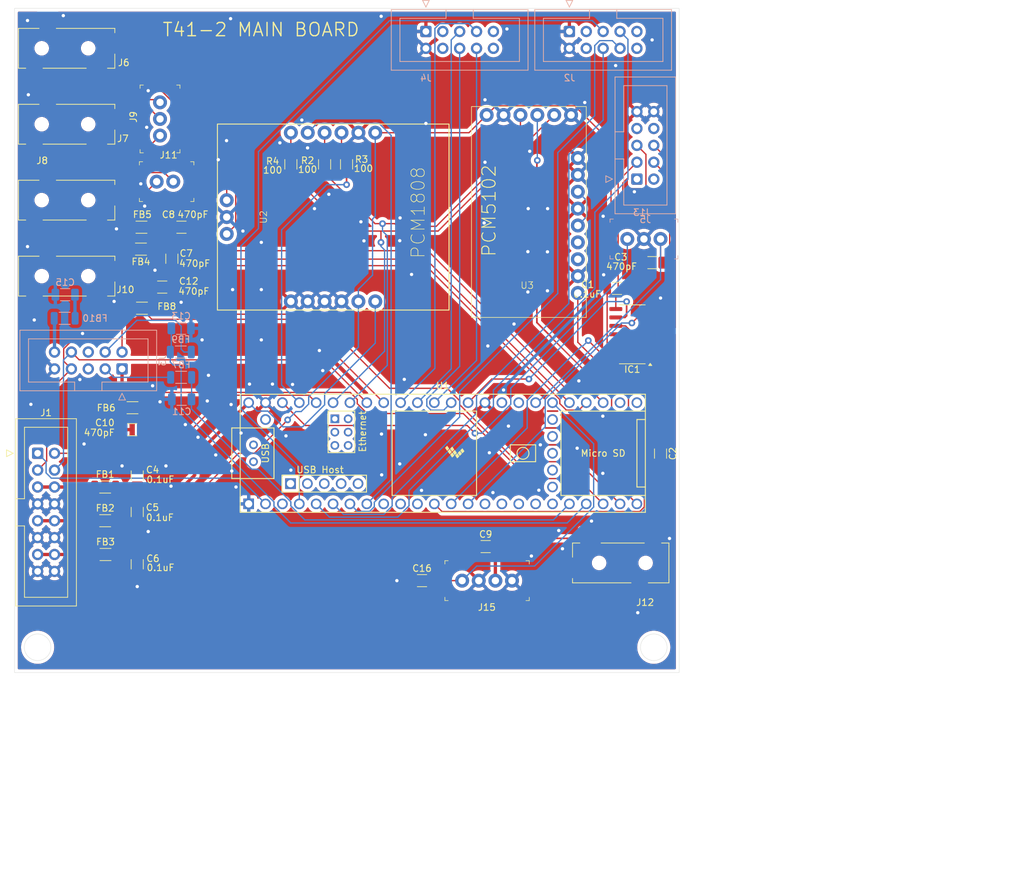
<source format=kicad_pcb>
(kicad_pcb (version 20240108) (generator "pcbnew") (generator_version "8.0")
  (title_block (title "T41-2 MAIN BOARD") (date "2024-08-26") (rev "1.0"))
  (layers (0 "F.Cu" jumper) (31 "B.Cu" signal) (36 "B.SilkS" user "B.Silkscreen") (37 "F.SilkS" user "F.Silkscreen") (38 "B.Mask" user) (39 "F.Mask" user) (44 "Edge.Cuts" user))
  (net 0 "")
  (net 1 "/3_3V_FIL")
  (net 2 "Net-(C2-Pad2)")
  (net 3 "/SWITCH_MATRIX")
  (net 4 "/12V_FIL")
  (net 8 "/5V_FIL")
  (net 9 "/KEY1")
  (net 10 "/KEY2")
  (net 11 "/80MFILTER")
  (net 14 "/20MFILTER")
  (net 15 "/15MFILTER")
  (net 17 "/RXTX")
  (net 18 "/MUTE")
  (net 19 "/12V_IN")
  (net 22 "/5V_IN")
  (net 24 "GND")
  (net 27 "/3_3V_IN")
  (net 30 "Net-(FB4-Pad2)")
  (net 34 "Net-(FB5-Pad2)")
  (net 35 "Net-(J3-Pin_1)")
  (net 38 "Net-(J3-Pin_3)")
  (net 41 "Net-(J3-Pin_2)")
  (net 45 "/40MFILTER")
  (net 46 "Net-(J3-Pin_4)")
  (net 48 "Net-(J3-Pin_10)")
  (net 49 "/CLK0_OUT")
  (net 51 "/MOSI_OUT")
  (net 52 "/TXRX")
  (net 54 "/SDA")
  (net 55 "/SCL")
  (net 56 "/RESET")
  (net 59 "Net-(J2-Pin_6)")
  (net 61 "Net-(J2-Pin_8)")
  (net 62 "Net-(J2-Pin_7)")
  (net 65 "Net-(J2-Pin_5)")
  (net 66 "Net-(J4-Pin_8)")
  (net 68 "Net-(J4-Pin_7)")
  (net 69 "Net-(J4-Pin_6)")
  (net 70 "Net-(J4-Pin_5)")
  (net 71 "/LRCLK")
  (net 72 "Net-(U2-L_IN)")
  (net 73 "Net-(U2-SCK)")
  (net 74 "Net-(U2-BCK)")
  (net 75 "Net-(U2-R_IN)")
  (net 76 "Net-(U2-LRC)")
  (net 77 "/MCLK")
  (net 79 "/PTT")
  (net 81 "Net-(U3-A3V3)")
  (net 83 "/3V3")
  (net 84 "/CLK0")
  (net 85 "/DIN")
  (net 87 "/OUT")
  (net 90 "/MISO_IN")
  (net 94 "Net-(J7-Pad3)")
  (net 95 "Net-(J7-Pad2)")
  (net 96 "Net-(J7-Pad1)")
  (net 97 "Net-(J11-Pad2)")
  (net 103 "/BCK")
  (net 108 "/MISO")
  (net 110 "/MOSI")
  (net 111 "/CS")
  (net 115 "Net-(U3-LROUT)")
  (footprint "Inductor_SMD:L_1206_3216Metric" (layer "F.Cu") (at 115.621 86.754 180)
    (property "Reference" "FB5")
    (property "Value" "FerriteBead" (hide yes))
  )
  (footprint "Resistor_SMD:R_1206_3216Metric" (layer "F.Cu") (at 138.1 77.2945 -90)
    (property "Reference" "R4")
    (property "Value" "100")
  )
  (footprint "Capacitor_SMD:C_1206_3216Metric" (layer "F.Cu") (at 114.224 117.234)
    (property "Reference" "C10")
    (property "Value" "470pF")
  )
  (footprint "Capacitor_SMD:C_1206_3216Metric" (layer "F.Cu") (at 121.639 86.754 180)
    (property "Reference" "C8")
    (property "Value" "470pF")
  )
  (footprint "Inductor_SMD:L_1206_3216Metric" (layer "F.Cu") (at 110.211 136.03)
    (property "Reference" "FB3")
    (property "Value" "FerriteBead" (hide yes))
  )
  (footprint "Capacitor_SMD:C_1206_3216Metric" (layer "F.Cu") (at 167.4116 134.8362)
    (property "Reference" "C9")
    (property "Value" "470pF")
  )
  (footprint "Inductor_SMD:L_1206_3216Metric" (layer "F.Cu") (at 115.697 98.946)
    (property "Reference" "FB8")
    (property "Value" "FerriteBead" (hide yes))
  )
  (footprint "SJ-3524-SMT:CUI_SJ-3524-SMT" (layer "F.Cu") (at 100.6114 71.2514)
    (property "Reference" "J7")
    (property "Value" "SJ-3524-SMT" (hide yes))
  )
  (footprint "Capacitor_SMD:C_1206_3216Metric" (layer "F.Cu") (at 114.986 137.505 -90)
    (property "Reference" "C6")
    (property "Value" "0.1uF")
  )
  (footprint "Inductor_SMD:L_1206_3216Metric" (layer "F.Cu") (at 114.275 113.932 180)
    (property "Reference" "FB6")
    (property "Value" "FerriteBead" (hide yes))
  )
  (footprint "Package_SO:SOIC-14_3.9x8.7mm_P1.27mm" (layer "F.Cu") (at 189.473 102.883 180)
    (property "Reference" "IC1")
    (property "Value" "74HC125D" (hide yes))
  )
  (footprint "Capacitor_SMD:C_1206_3216Metric" (layer "F.Cu") (at 114.986 124.141 90)
    (property "Reference" "C4")
    (property "Value" "0.1uF")
  )
  (footprint "SJ-3524-SMT:CUI_SJ-3524-SMT" (layer "F.Cu") (at 100.62 94.12)
    (property "Reference" "J10")
    (property "Value" "SJ-3524-SMT" (hide yes))
  )
  (footprint "SJ-3524-SMT:CUI_SJ-3524-SMT" (layer "F.Cu") (at 191.483 137.3 180)
    (property "Reference" "J12")
    (property "Value" "SJ-3524-SMT" (hide yes))
  )
  (footprint "Resistor_SMD:R_1206_3216Metric" (layer "F.Cu") (at 146.482 77.2945 -90)
    (property "Reference" "R3")
    (property "Value" "100")
  )
  (footprint "Capacitor_SMD:C_1206_3216Metric" (layer "F.Cu") (at 157.834 139.967)
    (property "Reference" "C16")
    (property "Value" "470pF")
  )
  (footprint "SJ-3524-SMT:CUI_SJ-3524-SMT" (layer "F.Cu") (at 100.6114 59.8214)
    (property "Reference" "J6")
    (property "Value" "SJ-3524-SMT" (hide yes))
  )
  (footprint "PCM1808_module:PCM1808_module" (layer "F.Cu") (at 144.45 85.23 90)
    (property "Reference" "U2")
    (property "Value" "~")
  )
  (footprint "Capacitor_SMD:C_1206_3216Metric" (layer "F.Cu") (at 192.505 92.088 180)
    (property "Reference" "C3")
    (property "Value" "470pF")
  )
  (footprint "Capacitor_SMD:C_1206_3216Metric" (layer "F.Cu") (at 118.747 95.771 180)
    (property "Reference" "C12")
    (property "Value" "470pF")
  )
  (footprint "SJ-3524-SMT:CUI_SJ-3524-SMT" (layer "F.Cu") (at 100.6114 82.6814)
    (property "Reference" "J8")
    (property "Value" "SJ-3524-SMT" (hide yes))
  )
  (footprint "Inductor_SMD:L_1206_3216Metric" (layer "F.Cu") (at 115.545 90.056 180)
    (property "Reference" "FB4")
    (property "Value" "FerriteBead" (hide yes))
  )
  (footprint "digikey-footprints:PinHeader_1x4_P2.5mm_Drill1.1mm" (layer "F.Cu") (at 163.874 139.967)
    (property "Reference" "J15")
    (property "Value" "B4B-XH-A_LF__SN_" (hide yes))
  )
  (footprint "Inductor_SMD:L_1206_3216Metric" (layer "F.Cu") (at 110.16 125.87)
    (property "Reference" "FB1")
    (property "Value" "FerriteBead" (hide yes))
  )
  (footprint "Capacitor_SMD:C_1206_3216Metric" (layer "F.Cu") (at 120.193 91.502 90)
    (property "Reference" "C7")
    (property "Value" "470pF")
  )
  (footprint "Resistor_SMD:R_1206_3216Metric" (layer "F.Cu") (at 143.18 77.2945 -90)
    (property "Reference" "R2")
    (property "Value" "100")
  )
  (footprint "digikey-footprints:PinHeader_1x3_P2.5mm_Drill1.1mm" (layer "F.Cu") (at 118.415 72.958 90)
    (property "Reference" "J9")
    (property "Value" "B3B-XH-A_LF__SN_" (hide yes))
  )
  (footprint "Capacitor_SMD:C_1206_3216Metric" (layer "F.Cu") (at 114.986 129.631 90)
    (property "Reference" "C5")
    (property "Value" "0.1uF")
  )
  (footprint "Connector_IDC:IDC-Header_2x08_P2.54mm_Vertical" (layer "F.Cu") (at 100 120.79)
    (property "Reference" "J1")
    (property "Value" "Conn_02x08_Odd_Even" (hide yes))
  )
  (footprint "teensy:Teensy41" (layer "F.Cu") (at 160.96 120.79)
    (property "Reference" "U1")
    (property "Value" "Teensy4.1")
  )
  (footprint "Capacitor_SMD:C_1206_3216Metric" (layer "F.Cu") (at 193.726 120.839 -90)
    (property "Reference" "C2")
    (property "Value" "10uF")
  )
  (footprint "Inductor_SMD:L_1206_3216Metric" (layer "F.Cu") (at 110.16 130.95)
    (property "Reference" "FB2")
    (property "Value" "FerriteBead" (hide yes))
  )
  (footprint "digikey-footprints:PinHeader_1x2_P2.5mm_Drill1.1mm" (layer "F.Cu") (at 117.907 79.896)
    (property "Reference" "J11")
    (property "Value" "B2B-XH-A_LF__SN_" (hide yes))
  )
  (footprint "PCM5102_module:PCM5102_module" (layer "F.Cu") (at 173.66 83.96)
    (property "Reference" "U3")
    (property "Value" "~")
  )
  (footprint "Capacitor_SMD:C_1206_3216Metric" (layer "F.Cu") (at 187.1746 95.9742)
    (property "Reference" "C1")
    (property "Value" "0.1uF")
  )
  (footprint "Inductor_SMD:L_1206_3216Metric" (layer "B.Cu") (at 121.539 105.55 180)
    (property "Reference" "FB9")
    (property "Value" "FerriteBead")
  )
  (footprint "Inductor_SMD:L_1206_3216Metric" (layer "B.Cu") (at 121.59 109.36 180)
    (property "Reference" "FB7")
    (property "Value" "FerriteBead")
  )
  (footprint "Capacitor_SMD:C_1206_3216Metric" (layer "B.Cu") (at 121.668 112.662)
    (property "Reference" "C11")
    (property "Value" "470pF")
  )
  (footprint "Connector_IDC:IDC-Header_2x05_P2.54mm_Vertical" (layer "B.Cu") (at 158.42 57.29 -90)
    (property "Reference" "J4")
    (property "Value" "Conn_02x05_Odd_Even" (hide yes))
  )
  (footprint "Connector_IDC:IDC-Header_2x05_P2.54mm_Vertical" (layer "B.Cu") (at 190.17 79.515)
    (property "Reference" "J5")
    (property "Value" "Conn_02x05_Odd_Even" (hide yes))
  )
  (footprint "Inductor_SMD:L_1206_3216Metric" (layer "B.Cu") (at 104.064 100.47)
    (property "Reference" "FB10")
    (property "Value" "FerriteBead")
  )
  (footprint "digikey-footprints:PinHeader_1x3_P2.5mm_Drill1.1mm" (layer "B.Cu") (at 193.726 88.532 180)
    (property "Reference" "J13")
    (property "Value" "B3B-XH-A_LF__SN_" (hide yes))
  )
  (footprint "Connector_IDC:IDC-Header_2x05_P2.54mm_Vertical" (layer "B.Cu") (at 180.01 57.29 -90)
    (property "Reference" "J2")
    (property "Value" "Conn_02x05_Odd_Even" (hide yes))
  )
  (footprint "Capacitor_SMD:C_1206_3216Metric" (layer "B.Cu") (at 121.59 101.98 180)
    (property "Reference" "C13")
    (property "Value" "470pF")
  )
  (footprint "Capacitor_SMD:C_1206_3216Metric" (layer "B.Cu") (at 104.142 96.914 180)
    (property "Reference" "C15")
    (property "Value" "470pF")
  )
  (footprint "Connector_IDC:IDC-Header_2x05_P2.54mm_Vertical" (layer "B.Cu") (at 112.7 108.09 90)
    (property "Reference" "J3")
    (property "Value" "Conn_02x05_Odd_Even")
  )
  (gr_circle (center 100 150) (end 100 148) (stroke (width 0.05)) (fill none) (layer "Edge.Cuts"))
  (gr_circle (center 192.71 150) (end 192.71 148) (stroke (width 0.05)) (fill none) (layer "Edge.Cuts"))
  (gr_rect (start 96.52 53.81) (end 196.52 153.81) (stroke (width 0.05)) (fill none) (layer "Edge.Cuts"))
  (gr_text "T41-2 MAIN BOARD" (at 118.669 58.179 0) (layer "F.SilkS") (effects (font (size 2 2) (thickness 0.2)) (justify left bottom)))
  (segment (start 176.7334 114.44) (end 178.232 114.44) (width 0.25) (layer "F.Cu") (net 0))
  (segment (start 176.4032 116.98) (end 178.359 116.98) (width 0.25) (layer "F.Cu") (net 0))
  (segment (start 130.226 120.79) (end 114.986 136.03) (width 0.2) (layer "F.Cu") (net 1))
  (segment (start 164.897 72.53) (end 167.564 69.863) (width 0.2) (layer "F.Cu") (net 1))
  (segment (start 185.6891 105.7409) (end 185.6891 96.9499) (width 0.2) (layer "F.Cu") (net 1))
  (segment (start 186.2739 94.0537) (end 186.2739 73.9599) (width 0.2) (layer "F.Cu") (net 1))
  (segment (start 150.8 72.53) (end 164.897 72.53) (width 0.2) (layer "F.Cu") (net 1))
  (segment (start 186.2739 73.9599) (end 180.7962 68.4822) (width 0.2) (layer "F.Cu") (net 1))
  (segment (start 137.1154 116.2628) (end 137.6174 115.7608) (width 0.2) (layer "F.Cu") (net 1))
  (segment (start 168.9448 68.4822) (end 167.564 69.863) (width 0.2) (layer "F.Cu") (net 1))
  (segment (start 180.7962 68.4822) (end 168.9448 68.4822) (width 0.2) (layer "F.Cu") (net 1))
  (segment (start 132.6145 120.79) (end 130.226 120.79) (width 0.2) (layer "F.Cu") (net 1))
  (segment (start 185.6996 95.9742) (end 185.6996 94.755) (width 0.2) (layer "F.Cu") (net 1))
  (segment (start 186.998 106.693) (end 186.6412 106.693) (width 0.2) (layer "F.Cu") (net 1))
  (segment (start 137.1154 116.2891) (end 137.1154 116.2628) (width 0.2) (layer "F.Cu") (net 1))
  (segment (start 186.2584 94.0692) (end 186.2739 94.0537) (width 0.2) (layer "F.Cu") (net 1))
  (segment (start 186.6412 106.693) (end 185.6891 105.7409) (width 0.2) (layer "F.Cu") (net 1))
  (segment (start 186.2584 94.1962) (end 186.2584 94.0692) (width 0.2) (layer "F.Cu") (net 1))
  (segment (start 185.6996 96.9394) (end 185.6996 95.9742) (width 0.2) (layer "F.Cu") (net 1))
  (segment (start 185.6891 96.9499) (end 185.6996 96.9394) (width 0.2) (layer "F.Cu") (net 1))
  (segment (start 185.6996 94.755) (end 186.2584 94.1962) (width 0.2) (layer "F.Cu") (net 1))
  (segment (start 111.786 136.03) (end 114.986 136.03) (width 0.5) (layer "F.Cu") (net 1))
  (segment (start 137.1154 116.2891) (end 132.6145 120.79) (width 0.2) (layer "F.Cu") (net 1))
  (via (at 137.6174 115.7608) (size 1) (drill 0.5) (layers "F.Cu" "B.Cu") (net 1))
  (segment (start 140.7816 112.281) (end 140.7816 113.3828) (width 0.2) (layer "B.Cu") (net 1))
  (segment (start 148.26 96.1012) (end 150.3936 93.9676) (width 0.2) (layer "B.Cu") (net 1))
  (segment (start 148.26 97.93) (end 148.26 96.1012) (width 0.2) (layer "B.Cu") (net 1))
  (segment (start 138.8626 114.5156) (end 139.6488 114.5156) (width 0.2) (layer "B.Cu") (net 1))
  (segment (start 137.6174 115.7608) (end 138.8626 114.5156) (width 0.2) (layer "B.Cu") (net 1))
  (segment (start 150.8 85.0522) (end 150.8254 85.0776) (width 0.2) (layer "B.Cu") (net 1))
  (segment (start 140.7816 113.3828) (end 139.6488 114.5156) (width 0.2) (layer "B.Cu") (net 1))
  (segment (start 150.8254 85.0776) (end 150.3936 85.5094) (width 0.2) (layer "B.Cu") (net 1))
  (segment (start 150.3936 85.5094) (end 150.3936 93.9676) (width 0.2) (layer "B.Cu") (net 1))
  (segment (start 150.8 72.53) (end 150.8 85.0522) (width 0.2) (layer "B.Cu") (net 1))
  (segment (start 148.26 104.8026) (end 140.7816 112.281) (width 0.2) (layer "B.Cu") (net 1))
  (segment (start 148.26 97.93) (end 148.26 104.8026) (width 0.2) (layer "B.Cu") (net 1))
  (segment (start 174.1426 134.8362) (end 168.8866 134.8362) (width 0.25) (layer "F.Cu") (net 2))
  (segment (start 183.183 133.6) (end 175.3788 133.6) (width 0.25) (layer "F.Cu") (net 2))
  (segment (start 187.6724 133.6) (end 183.183 133.6) (width 0.25) (layer "F.Cu") (net 2))
  (segment (start 193.726 127.5464) (end 187.6724 133.6) (width 0.25) (layer "F.Cu") (net 2))
  (segment (start 193.726 127.5464) (end 193.726 122.314) (width 0.25) (layer "F.Cu") (net 2))
  (segment (start 168.874 134.8488) (end 168.8866 134.8362) (width 0.2) (layer "F.Cu") (net 2))
  (segment (start 175.3788 133.6) (end 174.1426 134.8362) (width 0.25) (layer "F.Cu") (net 2))
  (segment (start 168.874 139.967) (end 168.874 134.8488) (width 0.5) (layer "F.Cu") (net 2))
  (segment (start 193.98 92.088) (end 193.726 91.834) (width 0.2) (layer "F.Cu") (net 3))
  (segment (start 193.726 91.834) (end 193.726 88.532) (width 0.2) (layer "F.Cu") (net 3))
  (segment (start 175.2021 113.17) (end 193.726 94.6461) (width 0.2) (layer "B.Cu") (net 3))
  (segment (start 193.726 94.6461) (end 193.726 88.532) (width 0.2) (layer "B.Cu") (net 3))
  (segment (start 174.93 113.17) (end 175.2021 113.17) (width 0.2) (layer "B.Cu") (net 3))
  (segment (start 111.735 125.87) (end 114.732 125.87) (width 0.5) (layer "F.Cu") (net 4))
  (segment (start 114.732 125.87) (end 114.986 125.616) (width 0.2) (layer "F.Cu") (net 4))
  (segment (start 116.608 131.106) (end 123.622 124.092) (width 0.5) (layer "F.Cu") (net 8))
  (segment (start 114.986 131.106) (end 116.608 131.106) (width 0.5) (layer "F.Cu") (net 8))
  (segment (start 123.622 124.092) (end 123.622 121.298) (width 0.5) (layer "F.Cu") (net 8))
  (segment (start 111.735 130.95) (end 114.83 130.95) (width 0.5) (layer "F.Cu") (net 8))
  (segment (start 114.83 130.95) (end 114.986 131.106) (width 0.2) (layer "F.Cu") (net 8))
  (segment (start 123.622 121.298) (end 131.75 113.17) (width 0.5) (layer "F.Cu") (net 8))
  (segment (start 136.9123 116.8094) (end 139.8657 116.8094) (width 0.2) (layer "B.Cu") (net 8))
  (segment (start 136.5137 116.3274) (end 136.5137 116.4108) (width 0.2) (layer "B.Cu") (net 8))
  (segment (start 134.6263 114.44) (end 136.5137 116.3274) (width 0.2) (layer "B.Cu") (net 8))
  (segment (start 131.75 113.17) (end 133.02 114.44) (width 0.2) (layer "B.Cu") (net 8))
  (segment (start 150.8 97.93) (end 150.8 104.2053) (width 0.2) (layer "B.Cu") (net 8))
  (segment (start 139.8657 116.8094) (end 143.1815 113.4936) (width 0.2) (layer "B.Cu") (net 8))
  (segment (start 133.02 114.44) (end 134.6263 114.44) (width 0.2) (layer "B.Cu") (net 8))
  (segment (start 136.5137 116.4108) (end 136.9123 116.8094) (width 0.2) (layer "B.Cu") (net 8))
  (segment (start 143.1815 113.4936) (end 143.1815 111.8238) (width 0.2) (layer "B.Cu") (net 8))
  (segment (start 150.8 104.2053) (end 143.1815 111.8238) (width 0.2) (layer "B.Cu") (net 8))
  (segment (start 178.5717 112.7136) (end 158.4045 92.5464) (width 0.2) (layer "F.Cu") (net 9))
  (segment (start 120.193 90.027) (end 121.1534 90.027) (width 0.2) (layer "F.Cu") (net 9))
  (segment (start 178.5717 113.3131) (end 178.5717 112.7136) (width 0.2) (layer "F.Cu") (net 9))
  (segment (start 122.0932 90.027) (end 124.6126 92.5464) (width 0.2) (layer "F.Cu") (net 9))
  (segment (start 181.4258 114.2942) (end 179.5528 114.2942) (width 0.2) (layer "F.Cu") (net 9))
  (segment (start 158.4045 92.5464) (end 124.6126 92.5464) (width 0.2) (layer "F.Cu") (net 9))
  (segment (start 182.55 113.17) (end 181.4258 114.2942) (width 0.2) (layer "F.Cu") (net 9))
  (segment (start 117.12 90.056) (end 120.193 90.056) (width 0.2) (layer "F.Cu") (net 9))
  (segment (start 120.193 90.027) (end 122.0932 90.027) (width 0.2) (layer "F.Cu") (net 9))
  (segment (start 179.5528 114.2942) (end 178.5717 113.3131) (width 0.2) (layer "F.Cu") (net 9))
  (segment (start 120.9725 87.9653) (end 120.164 87.1568) (width 0.2) (layer "F.Cu") (net 10))
  (segment (start 117.196 86.754) (end 120.164 86.754) (width 0.2) (layer "F.Cu") (net 10))
  (segment (start 120.164 86.754) (end 120.164 87.1568) (width 0.2) (layer "F.Cu") (net 10))
  (segment (start 126.2083 87.9653) (end 120.9725 87.9653) (width 0.2) (layer "F.Cu") (net 10))
  (segment (start 158.5978 90.2976) (end 128.5406 90.2976) (width 0.2) (layer "F.Cu") (net 10))
  (segment (start 158.7124 90.2976) (end 179.9338 111.519) (width 0.2) (layer "F.Cu") (net 10))
  (segment (start 128.5406 90.2976) (end 126.2083 87.9653) (width 0.2) (layer "F.Cu") (net 10))
  (segment (start 179.9338 111.519) (end 183.439 111.519) (width 0.2) (layer "F.Cu") (net 10))
  (segment (start 185.09 113.17) (end 183.439 111.519) (width 0.2) (layer "F.Cu") (net 10))
  (segment (start 158.5978 90.2976) (end 158.7124 90.2976) (width 0.2) (layer "F.Cu") (net 10))
  (segment (start 148.0917 112.6867) (end 148.0917 113.3203) (width 0.2) (layer "F.Cu") (net 11))
  (segment (start 164.0371 114.8072) (end 173.8314 124.6015) (width 0.2) (layer "F.Cu") (net 11))
  (segment (start 148.0917 113.3203) (end 149.5786 114.8072) (width 0.2) (layer "F.Cu") (net 11))
  (segment (start 115.85 117.083) (end 115.699 117.234) (width 0.2) (layer "F.Cu") (net 11))
  (segment (start 147.0328 111.6278) (end 148.0917 112.6867) (width 0.2) (layer "F.Cu") (net 11))
  (segment (start 115.85 113.932) (end 115.85 117.083) (width 0.5) (layer "F.Cu") (net 11))
  (segment (start 181.2815 124.6015) (end 185.09 128.41) (width 0.2) (layer "F.Cu") (net 11))
  (segment (start 173.8314 124.6015) (end 181.2815 124.6015) (width 0.2) (layer "F.Cu") (net 11))
  (segment (start 149.5786 114.8072) (end 164.0371 114.8072) (width 0.2) (layer "F.Cu") (net 11))
  (segment (start 115.85 113.932) (end 118.1542 111.6278) (width 0.2) (layer "F.Cu") (net 11))
  (segment (start 118.1542 111.6278) (end 147.0328 111.6278) (width 0.2) (layer "F.Cu") (net 11))
  (segment (start 123.143 114.1221) (end 123.143 112.662) (width 0.2) (layer "B.Cu") (net 14))
  (segment (start 132.2196 123.1987) (end 123.143 114.1221) (width 0.2) (layer "B.Cu") (net 14))
  (segment (start 138.1 128.1017) (end 133.197 123.1987) (width 0.2) (layer "B.Cu") (net 14))
  (segment (start 180.01 128.41) (end 177.6011 130.8189) (width 0.2) (layer "B.Cu") (net 14))
  (segment (start 133.197 123.1987) (end 132.2196 123.1987) (width 0.2) (layer "B.Cu") (net 14))
  (segment (start 140.2013 130.8189) (end 138.1 128.7176) (width 0.2) (layer "B.Cu") (net 14))
  (segment (start 123.165 112.64) (end 123.165 109.36) (width 0.2) (layer "B.Cu") (net 14))
  (segment (start 138.1 128.7176) (end 138.1 128.1017) (width 0.2) (layer "B.Cu") (net 14))
  (segment (start 177.6011 130.8189) (end 140.2013 130.8189) (width 0.2) (layer "B.Cu") (net 14))
  (segment (start 123.143 112.662) (end 123.165 112.64) (width 0.2) (layer "B.Cu") (net 14))
  (segment (start 121.59 114.1396) (end 121.59 107.8106) (width 0.2) (layer "B.Cu") (net 15))
  (segment (start 121.2852 107.5058) (end 121.59 107.8106) (width 0.2) (layer "B.Cu") (net 15))
  (segment (start 120.3962 107.5058) (end 121.2852 107.5058) (width 0.2) (layer "B.Cu") (net 15))
  (segment (start 135.56 128.1096) (end 121.59 114.1396) (width 0.2) (layer "B.Cu") (net 15))
  (segment (start 179.6788 131.2812) (end 138.085 131.2812) (width 0.2) (layer "B.Cu") (net 15))
  (segment (start 138.085 131.2812) (end 135.56 128.7562) (width 0.2) (layer "B.Cu") (net 15))
  (segment (start 120.115 105.55) (end 120.115 101.98) (width 0.2) (layer "B.Cu") (net 15))
  (segment (start 119.964 105.55) (end 119.964 107.0736) (width 0.2) (layer "B.Cu") (net 15))
  (segment (start 119.964 107.0736) (end 120.3962 107.5058) (width 0.2) (layer "B.Cu") (net 15))
  (segment (start 182.55 128.41) (end 179.6788 131.2812) (width 0.2) (layer "B.Cu") (net 15))
  (segment (start 135.56 128.7562) (end 135.56 128.1096) (width 0.2) (layer "B.Cu") (net 15))
  (segment (start 120.115 105.55) (end 119.964 105.55) (width 0.2) (layer "B.Cu") (net 15))
  (segment (start 105.617 100.448) (end 105.617 96.914) (width 0.5) (layer "B.Cu") (net 17))
  (segment (start 105.639 100.47) (end 105.617 100.448) (width 0.2) (layer "B.Cu") (net 17))
  (segment (start 159.309 139.967) (end 163.874 139.967) (width 0.2) (layer "F.Cu") (net 18))
  (segment (start 174.7766 137.7687) (end 166.0723 137.7687) (width 0.2) (layer "B.Cu") (net 18))
  (segment (start 183.6582 128.8871) (end 174.7766 137.7687) (width 0.2) (layer "B.Cu") (net 18))
  (segment (start 166.0723 137.7687) (end 163.874 139.967) (width 0.2) (layer "B.Cu") (net 18))
  (segment (start 177.47 113.17) (end 183.6582 119.3582) (width 0.2) (layer "B.Cu") (net 18))
  (segment (start 183.6582 119.3582) (end 183.6582 128.8871) (width 0.2) (layer "B.Cu") (net 18))
  (segment (start 100 125.87) (end 102.54 125.87) (width 0.5) (layer "F.Cu") (net 19))
  (segment (start 102.54 125.87) (end 108.585 125.87) (width 0.5) (layer "F.Cu") (net 19))
  (segment (start 102.54 130.95) (end 108.585 130.95) (width 0.5) (layer "F.Cu") (net 22))
  (segment (start 100 130.95) (end 102.54 130.95) (width 0.5) (layer "F.Cu") (net 22))
  (segment (start 180.6704 119.52) (end 181.1784 120.028) (width 0.25) (layer "F.Cu") (net 24))
  (segment (start 175.6412 119.52) (end 180.6704 119.52) (width 0.25) (layer "F.Cu") (net 24))
  (via (at 129.0322 55.3596) (size 1) (drill 0.5) (layers "F.Cu" "B.Cu") (net 24))
  (via (at 112.7 122.695) (size 1) (drill 0.5) (layers "F.Cu" "B.Cu") (net 24))
  (via (at 167.31 67.577) (size 1) (drill 0.5) (layers "F.Cu" "B.Cu") (net 24))
  (via (at 178.9686 135.1664) (size 1) (drill 0.5) (layers "F.Cu" "B.Cu") (net 24))
  (via (at 182.3214 67.9834) (size 1) (drill 0.5) (layers "F.Cu" "B.Cu") (net 24))
  (via (at 124.13 118.377) (size 1) (drill 0.5) (layers "F.Cu" "B.Cu") (net 24))
  (via (at 185.0392 115.202) (size 1) (drill 0.5) (layers "F.Cu" "B.Cu") (net 24))
  (via (at 106.7564 102.756) (size 1) (drill 0.5) (layers "F.Cu" "B.Cu") (net 24))
  (via (at 185.09 85.103) (size 1) (drill 0.5) (layers "F.Cu" "B.Cu") (net 24))
  (via (at 154.5338 85.357) (size 1) (drill 0.5) (layers "F.Cu" "B.Cu") (net 24))
  (via (at 135.3314 110.376) (size 1) (drill 0.5) (layers "F.Cu" "B.Cu") (net 24))
  (via (at 174.295 136.2586) (size 1) (drill 0.5) (layers "F.Cu" "B.Cu") (net 24))
  (via (at 151.7398 117.8944) (size 1) (drill 0.5) (layers "F.Cu" "B.Cu") (net 24))
  (via (at 124.7396 103.7212) (size 1) (drill 0.5) (layers "F.Cu" "B.Cu") (net 24))
  (via (at 181.1784 120.028) (size 1) (drill 0.5) (layers "F.Cu" "B.Cu") (net 24))
  (via (at 157.7596 126.378) (size 1) (drill 0.5) (layers "F.Cu" "B.Cu") (net 24))
  (via (at 119.304 122.695) (size 1) (drill 0.5) (layers "F.Cu" "B.Cu") (net 24))
  (via (at 116.4084 71.7172) (size 1) (drill 0.5) (layers "F.Cu" "B.Cu") (net 24))
  (via (at 171.6788 101.3336) (size 1) (drill 0.5) (layers "F.Cu" "B.Cu") (net 24))
  (via (at 98.984 113.424) (size 1) (drill 0.5) (layers "F.Cu" "B.Cu") (net 24))
  (via (at 116.1036 83.579) (size 1) (drill 0.5) (layers "F.Cu" "B.Cu") (net 24))
  (via (at 141.656 83.96) (size 1) (drill 0.5) (layers "F.Cu" "B.Cu") (net 24))
  (via (at 185.0392 123.8126) (size 1) (drill 0.5) (layers "F.Cu" "B.Cu") (net 24))
  (via (at 174.041 75.324) (size 1) (drill 0.5) (layers "F.Cu" "B.Cu") (net 24))
  (via (at 128.4226 73.7238) (size 1) (drill 0.5) (layers "F.Cu" "B.Cu") (net 24))
  (via (at 111.8618 87.008) (size 1) (drill 0.5) (layers "F.Cu" "B.Cu") (net 24))
  (via (at 125.7048 109.0552) (size 1) (drill 0.5) (layers "F.Cu" "B.Cu") (net 24))
  (via (at 149.0982 88.8114) (size 1) (drill 0.5) (layers "F.Cu" "B.Cu") (net 24))
  (via (at 117.653 93.231) (size 1) (drill 0.5) (layers "F.Cu" "B.Cu") (net 24))
  (via (at 168.5038 126.7082) (size 1) (drill 0.5) (layers "F.Cu" "B.Cu") (net 24))
  (via (at 154.483 88.786) (size 1) (drill 0.5) (layers "F.Cu" "B.Cu") (net 24))
  (via (at 192.456 58.56) (size 1) (drill 0.5) (layers "F.Cu" "B.Cu") (net 24))
  (via (at 158.42 71.133) (size 1) (drill 0.5) (layers "F.Cu" "B.Cu") (net 24))
  (via (at 138.354 110.4268) (size 1) (drill 0.5) (layers "F.Cu" "B.Cu") (net 24))
  (via (at 116.637 132.5756) (size 1) (drill 0.5) (layers "F.Cu" "B.Cu") (net 24))
  (via (at 154.483 122.3902) (size 1) (drill 0.5) (layers "F.Cu" "B.Cu") (net 24))
  (via (at 126.797 121.044) (size 1) (drill 0.5) (layers "F.Cu" "B.Cu") (net 24))
  (via (at 98.476 55.639) (size 1) (drill 0.5) (layers "F.Cu" "B.Cu") (net 24))
  (via (at 175.6412 119.52) (size 1) (drill 0.5) (layers "F.Cu" "B.Cu") (net 24))
  (via (at 176.708 96.3298) (size 1) (drill 0.5) (layers "F.Cu" "B.Cu") (net 24))
  (via (at 156.261 93.866) (size 1) (drill 0.5) (layers "F.Cu" "B.Cu") (net 24))
  (via (at 127.178 76.594) (size 1) (drill 0.5) (layers "F.Cu" "B.Cu") (net 24))
  (via (at 173.7616 96.5076) (size 1) (drill 0.5) (layers "F.Cu" "B.Cu") (net 24))
  (via (at 185.1662 93.9168) (size 1) (drill 0.5) (layers "F.Cu" "B.Cu") (net 24))
  (via (at 106.35 109.6902) (size 1) (drill 0.5) (layers "F.Cu" "B.Cu") (net 24))
  (via (at 122.225 116.472) (size 1) (drill 0.5) (layers "F.Cu" "B.Cu") (net 24))
  (via (at 129.337 96.152) (size 1) (drill 0.5) (layers "F.Cu" "B.Cu") (net 24))
  (via (at 114.986 140.856) (size 1) (drill 0.5) (layers "F.Cu" "B.Cu") (net 24))
  (via (at 115.5194 80.2262) (size 1) (drill 0.5) (layers "F.Cu" "B.Cu") (net 24))
  (via (at 167.7418 104.6356) (size 1) (drill 0.5) (layers "F.Cu" "B.Cu") (net 24))
  (via (at 130.607 117.742) (size 1) (drill 0.5) (layers "F.Cu" "B.Cu") (net 24))
  (via (at 133.655 89.04) (size 1) (drill 0.5) (layers "F.Cu" "B.Cu") (net 24))
  (via (at 99.492 100.724) (size 1) (drill 0.5) (layers "F.Cu" "B.Cu") (net 24))
  (via (at 103.8608 54.9024) (size 1) (drill 0.5) (layers "F.Cu" "B.Cu") (net 24))
  (via (at 151.689 55.004) (size 1) (drill 0.5) (layers "F.Cu" "B.Cu") (net 24))
  (via (at 130.8864 87.3382) (size 1) (drill 0.5) (layers "F.Cu" "B.Cu") (net 24))
  (via (at 129.21 123.457) (size 1) (drill 0.5) (layers "F.Cu" "B.Cu") (net 24))
  (via (at 175.4126 126.3526) (size 1) (drill 0.5) (layers "F.Cu" "B.Cu") (net 24))
  (via (at 195.0722 133.617) (size 1) (drill 0.5) (layers "F.Cu" "B.Cu") (net 24))
  (via (at 189.789 81.42) (size 1) (drill 0.5) (layers "F.Cu" "B.Cu") (net 24))
  (via (at 170.612 56.909) (size 1) (drill 0.5) (layers "F.Cu" "B.Cu") (net 24))
  (via (at 155.1688 109.6648) (size 1) (drill 0.5) (layers "F.Cu" "B.Cu") (net 24))
  (via (at 142.9006 108.344) (size 1) (drill 0.5) (layers "F.Cu" "B.Cu") (net 24))
  (via (at 148.641 85.9412) (size 1) (drill 0.5) (layers "F.Cu" "B.Cu") (net 24))
  (via (at 140.6146 74.816) (size 1) (drill 0.5) (layers "F.Cu" "B.Cu") (net 24))
  (via (at 136.449 74.054) (size 1) (drill 0.5) (layers "F.Cu" "B.Cu") (net 24))
  (via (at 151.7652 124.0412) (size 1) (drill 0.5) (layers "F.Cu" "B.Cu") (net 24))
  (via (at 137.3634 118.1738) (size 1) (drill 0.5) (layers "F.Cu" "B.Cu") (net 24))
  (via (at 116.637 66.2054) (size 1) (drill 0.5) (layers "F.Cu" "B.Cu") (net 24))
  (via (at 181.4324 109.8934) (size 1) (drill 0.5) (layers "F.Cu" "B.Cu") (net 24))
  (via (at 170.8406 116.7006) (size 1) (drill 0.5) (layers "F.Cu" "B.Cu") (net 24))
  (via (at 158.3438 117.996) (size 1) (drill 0.5) (layers "F.Cu" "B.Cu") (net 24))
  (via (at 106.985 119.393) (size 1) (drill 0.5) (layers "F.Cu" "B.Cu") (net 24))
  (via (at 125.527 112.916) (size 1) (drill 0.5) (layers "F.Cu" "B.Cu") (net 24))
  (via (at 170.104 111.265) (size 1) (drill 0.5) (layers "F.Cu" "B.Cu") (net 24))
  (via (at 111.5062 97.93) (size 1) (drill 0.5) (layers "F.Cu" "B.Cu") (net 24))
  (via (at 117.2974 110.63) (size 1) (drill 0.5) (layers "F.Cu" "B.Cu") (net 24))
  (via (at 167.9704 120.7138) (size 1) (drill 0.5) (layers "F.Cu" "B.Cu") (net 24))
  (via (at 129.845 125.87) (size 1) (drill 0.5) (layers "F.Cu" "B.Cu") (net 24))
  (via (at 176.7334 83.96) (size 1) (drill 0.5) (layers "F.Cu" "B.Cu") (net 24))
  (via (at 98.603 66.815) (size 1) (drill 0.5) (layers "F.Cu" "B.Cu") (net 24))
  (via (at 186.9696 62.4208) (size 1) (drill 0.5) (layers "F.Cu" "B.Cu") (net 24))
  (via (at 98.476 89.675) (size 1) (drill 0.5) (layers "F.Cu" "B.Cu") (net 24))
  (via (at 142.3926 105.3214) (size 1) (drill 0.5) (layers "F.Cu" "B.Cu") (net 24))
  (via (at 173.7616 90.437) (size 1) (drill 0.5) (layers "F.Cu" "B.Cu") (net 24))
  (via (at 129.1084 113.4494) (size 1) (drill 0.5) (layers "F.Cu" "B.Cu") (net 24))
  (via (at 139.751 70.625) (size 1) (drill 0.5) (layers "F.Cu" "B.Cu") (net 24))
  (via (at 131.877 110.376) (size 1) (drill 0.5) (layers "F.Cu" "B.Cu") (net 24))
  (via (at 118.415 113.043) (size 1) (drill 0.5) (layers "F.Cu" "B.Cu") (net 24))
  (via (at 173.8124 83.96) (size 1) (drill 0.5) (layers "F.Cu" "B.Cu") (net 24))
  (via (at 183.3374 131.0008) (size 1) (drill 0.5) (layers "F.Cu" "B.Cu") (net 24))
  (via (at 121.59 98.057) (size 1) (drill 0.5) (layers "F.Cu" "B.Cu") (net 24))
  (via (at 133.655 103.7212) (size 1) (drill 0.5) (layers "F.Cu" "B.Cu") (net 24))
  (via (at 154.0512 139.967) (size 1) (drill 0.5) (layers "F.Cu" "B.Cu") (net 24))
  (via (at 190.297 144.793) (size 1) (drill 0.5) (layers "F.Cu" "B.Cu") (net 24))
  (via (at 138.1 123.33) (size 1) (drill 0.5) (layers "F.Cu" "B.Cu") (net 24))
  (via (at 143.815 81.801) (size 1) (drill 0.5) (layers "F.Cu" "B.Cu") (net 24))
  (via (at 176.708 90.4624) (size 1) (drill 0.5) (layers "F.Cu" "B.Cu") (net 24))
  (via (at 133.655 96.152) (size 1) (drill 0.5) (layers "F.Cu" "B.Cu") (net 24))
  (via (at 167.183 86.119) (size 1) (drill 0.5) (layers "F.Cu" "B.Cu") (net 24))
  (via (at 167.31 76.975) (size 1) (drill 0.5) (layers "F.Cu" "B.Cu") (net 24))
  (via (at 120.066 125.743) (size 1) (drill 0.5) (layers "F.Cu" "B.Cu") (net 24))
  (via (at 193.726 97.422) (size 1) (drill 0.5) (layers "F.Cu" "B.Cu") (net 24))
  (via (at 178.4098 132.4232) (size 1) (drill 0.5) (layers "F.Cu" "B.Cu") (net 24))
  (segment (start 102.54 136.03) (end 108.636 136.03) (width 0.5) (layer "F.Cu") (net 27))
  (segment (start 100 136.03) (end 102.54 136.03) (width 0.5) (layer "F.Cu") (net 27))
  (segment (start 113.97 90.056) (end 113.0986 90.056) (width 0.2) (layer "F.Cu") (net 30))
  (segment (start 110.0436 94.9947) (end 108.92 96.1183) (width 0.2) (layer "F.Cu") (net 30))
  (segment (start 110.0436 93.111) (end 110.0436 94.9947) (width 0.2) (layer "F.Cu") (net 30))
  (segment (start 113.0986 90.056) (end 110.0436 93.111) (width 0.2) (layer "F.Cu") (net 30))
  (segment (start 108.92 97.82) (end 108.92 96.1183) (width 0.2) (layer "F.Cu") (net 30))
  (segment (start 114.046 86.754) (end 110.38 90.42) (width 0.2) (layer "F.Cu") (net 34))
  (segment (start 110.38 90.42) (end 101.52 90.42) (width 0.2) (layer "F.Cu") (net 34))
  (segment (start 112.7 108.09) (end 112.7 113.932) (width 0.5) (layer "F.Cu") (net 35))
  (segment (start 110.16 108.09) (end 111.43 109.36) (width 0.2) (layer "B.Cu") (net 38))
  (segment (start 111.43 109.36) (end 120.015 109.36) (width 0.2) (layer "B.Cu") (net 38))
  (segment (start 112.7 105.55) (end 112.7 100.368) (width 0.2) (layer "F.Cu") (net 41))
  (segment (start 112.7 100.368) (end 114.122 98.946) (width 0.2) (layer "F.Cu") (net 41))
  (segment (start 187.63 128.41) (end 181.28 122.06) (width 0.2) (layer "F.Cu") (net 45))
  (segment (start 141.805 99.857) (end 152.959 111.011) (width 0.2) (layer "F.Cu") (net 45))
  (segment (start 181.28 122.06) (end 172.0896 122.06) (width 0.2) (layer "F.Cu") (net 45))
  (segment (start 163.5 113.4704) (end 163.5 112.8782) (width 0.2) (layer "F.Cu") (net 45))
  (segment (start 117.272 98.946) (end 117.272 95.771) (width 0.5) (layer "F.Cu") (net 45))
  (segment (start 140.64 99.857) (end 141.805 99.857) (width 0.2) (layer "F.Cu") (net 45))
  (segment (start 152.959 111.011) (end 161.6328 111.011) (width 0.2) (layer "F.Cu") (net 45))
  (segment (start 163.5 112.8782) (end 161.652 111.0302) (width 0.2) (layer "F.Cu") (net 45))
  (segment (start 161.6328 111.011) (end 161.652 111.0302) (width 0.2) (layer "F.Cu") (net 45))
  (segment (start 140.64 99.857) (end 118.183 99.857) (width 0.2) (layer "F.Cu") (net 45))
  (segment (start 118.183 99.857) (end 117.272 98.946) (width 0.2) (layer "F.Cu") (net 45))
  (segment (start 172.0896 122.06) (end 163.5 113.4704) (width 0.2) (layer "F.Cu") (net 45))
  (segment (start 121.59 103.8482) (end 121.59 104.026) (width 0.2) (layer "B.Cu") (net 46))
  (segment (start 123.114 105.55) (end 122.0218 105.55) (width 0.2) (layer "B.Cu") (net 46))
  (segment (start 114.9368 100.7732) (end 120.7216 100.7732) (width 0.2) (layer "B.Cu") (net 46))
  (segment (start 121.59 101.6416) (end 121.59 103.8482) (width 0.2) (layer "B.Cu") (net 46))
  (segment (start 120.7216 100.7732) (end 121.59 101.6416) (width 0.2) (layer "B.Cu") (net 46))
  (segment (start 122.0218 105.55) (end 121.59 105.1182) (width 0.2) (layer "B.Cu") (net 46))
  (segment (start 110.16 105.55) (end 114.9368 100.7732) (width 0.2) (layer "B.Cu") (net 46))
  (segment (start 121.59 105.1182) (end 121.59 103.8482) (width 0.2) (layer "B.Cu") (net 46))
  (segment (start 102.54 100.521) (end 102.489 100.47) (width 0.2) (layer "B.Cu") (net 48))
  (segment (start 102.54 105.55) (end 102.54 100.521) (width 0.5) (layer "B.Cu") (net 48))
  (segment (start 186.998 97.3742) (end 186.998 99.073) (width 0.2) (layer "F.Cu") (net 49))
  (segment (start 187.3438 79.8012) (end 187.3438 97.0224) (width 0.2) (layer "F.Cu") (net 49))
  (segment (start 187.3438 97.0224) (end 186.995 97.3712) (width 0.2) (layer "F.Cu") (net 49))
  (segment (start 190.17 76.975) (end 187.3438 79.8012) (width 0.2) (layer "F.Cu") (net 49))
  (segment (start 186.995 97.3712) (end 186.998 97.3742) (width 0.2) (layer "F.Cu") (net 49))
  (segment (start 192.2955 104.153) (end 191.948 104.153) (width 0.2) (layer "F.Cu") (net 51))
  (segment (start 195.5172 100.9313) (end 192.2955 104.153) (width 0.2) (layer "F.Cu") (net 51))
  (segment (start 192.71 76.975) (end 195.5172 79.7822) (width 0.2) (layer "F.Cu") (net 51))
  (segment (start 195.5172 79.7822) (end 195.5172 100.9313) (width 0.2) (layer "F.Cu") (net 51))
  (segment (start 140.7889 112.0489) (end 141.91 113.17) (width 0.2) (layer "F.Cu") (net 52))
  (segment (start 119.5892 120.79) (end 128.3303 112.0489) (width 0.2) (layer "F.Cu") (net 52))
  (segment (start 102.54 120.79) (end 119.5892 120.79) (width 0.2) (layer "F.Cu") (net 52))
  (segment (start 128.3303 112.0489) (end 140.7889 112.0489) (width 0.2) (layer "F.Cu") (net 52))
  (segment (start 100 123.33) (end 101.3582 121.9718) (width 0.2) (layer "F.Cu") (net 54))
  (segment (start 114.6987 97.6752) (end 115.5254 98.5019) (width 0.2) (layer "F.Cu") (net 54))
  (segment (start 103.9191 105.0578) (end 104.9705 104.0064) (width 0.2) (layer "F.Cu") (net 54))
  (segment (start 104.9705 104.0064) (end 107.2566 104.0064) (width 0.2) (layer "F.Cu") (net 54))
  (segment (start 101.3582 121.9718) (end 101.3582 111.8118) (width 0.2) (layer "F.Cu") (net 54))
  (segment (start 115.5254 98.962) (end 117.1823 100.6189) (width 0.2) (layer "F.Cu") (net 54))
  (segment (start 117.1823 100.6189) (end 139.5189 100.6189) (width 0.2) (layer "F.Cu") (net 54))
  (segment (start 113.5878 97.6752) (end 114.6987 97.6752) (width 0.2) (layer "F.Cu") (net 54))
  (segment (start 139.5189 100.6189) (end 152.07 113.17) (width 0.2) (layer "F.Cu") (net 54))
  (segment (start 105.08 108.09) (end 103.9191 106.9291) (width 0.2) (layer "F.Cu") (net 54))
  (segment (start 101.3582 111.8118) (end 105.08 108.09) (width 0.2) (layer "F.Cu") (net 54))
  (segment (start 115.5254 98.5019) (end 115.5254 98.962) (width 0.2) (layer "F.Cu") (net 54))
  (segment (start 103.9191 106.9291) (end 103.9191 105.0578) (width 0.2) (layer "F.Cu") (net 54))
  (segment (start 107.2566 104.0064) (end 113.5878 97.6752) (width 0.2) (layer "F.Cu") (net 54))
  (segment (start 149.53 113.17) (end 143.08 106.72) (width 0.2) (layer "F.Cu") (net 55))
  (segment (start 106.25 106.72) (end 105.08 105.55) (width 0.2) (layer "F.Cu") (net 55))
  (segment (start 143.08 106.72) (end 106.25 106.72) (width 0.2) (layer "F.Cu") (net 55))
  (segment (start 103.8895 106.7405) (end 103.8895 121.9805) (width 0.2) (layer "B.Cu") (net 55))
  (segment (start 103.8895 121.9805) (end 102.54 123.33) (width 0.2) (layer "B.Cu") (net 55))
  (segment (start 105.08 105.55) (end 103.8895 106.7405) (width 0.2) (layer "B.Cu") (net 55))
  (segment (start 102.0617 124.5401) (end 101.27 123.7484) (width 0.2) (layer "B.Cu") (net 56))
  (segment (start 130.4201 124.5401) (end 102.0617 124.5401) (width 0.2) (layer "B.Cu") (net 56))
  (segment (start 101.27 122.06) (end 100 120.79) (width 0.2) (layer "B.Cu") (net 56))
  (segment (start 101.27 123.7484) (end 101.27 122.06) (width 0.2) (layer "B.Cu") (net 56))
  (segment (start 134.29 128.41) (end 130.4201 124.5401) (width 0.2) (layer "B.Cu") (net 56))
  (segment (start 179.9283 98.2401) (end 179.9283 75.7801) (width 0.2) (layer "B.Cu") (net 59))
  (segment (start 146.0149 129.9749) (end 152.0936 129.9749) (width 0.2) (layer "B.Cu") (net 59))
  (segment (start 166.04 112.1284) (end 179.9283 98.2401) (width 0.2) (layer "B.Cu") (net 59))
  (segment (start 153.34 128.7285) (end 153.34 127.4652) (width 0.2) (layer "B.Cu") (net 59))
  (segment (start 144.45 128.41) (end 146.0149 129.9749) (width 0.2) (layer "B.Cu") (net 59))
  (segment (start 153.34 127.4652) (end 166.04 114.7652) (width 0.2) (layer "B.Cu") (net 59))
  (segment (start 166.04 114.7652) (end 166.04 112.1284) (width 0.2) (layer "B.Cu") (net 59))
  (segment (start 185.09 70.6184) (end 185.09 59.83) (width 0.2) (layer "B.Cu") (net 59))
  (segment (start 179.9283 75.7801) (end 185.09 70.6184) (width 0.2) (layer "B.Cu") (net 59))
  (segment (start 152.0936 129.9749) (end 153.34 128.7285) (width 0.2) (layer "B.Cu") (net 59))
  (segment (start 186.4664 58.6664) (end 187.63 59.83) (width 0.2) (layer "B.Cu") (net 61))
  (segment (start 148.1217 129.5417) (end 149.957 129.5417) (width 0.2) (layer "B.Cu") (net 61))
  (segment (start 183.82 59.4116) (end 184.5652 58.6664) (width 0.2) (layer "B.Cu") (net 61))
  (segment (start 183.82 69.9697) (end 183.82 59.4116) (width 0.2) (layer "B.Cu") (net 61))
  (segment (start 150.6585 128.1581) (end 163.5 115.3166) (width 0.2) (layer "B.Cu") (net 61))
  (segment (start 178.2652 75.5245) (end 183.82 69.9697) (width 0.2) (layer "B.Cu") (net 61))
  (segment (start 149.957 129.5417) (end 150.6585 128.8402) (width 0.2) (layer "B.Cu") (net 61))
  (segment (start 163.5 111.4907) (end 178.2652 96.7255) (width 0.2) (layer "B.Cu") (net 61))
  (segment (start 150.6585 128.8402) (end 150.6585 128.1581) (width 0.2) (layer "B.Cu") (net 61))
  (segment (start 146.99 128.41) (end 148.1217 129.5417) (width 0.2) (layer "B.Cu") (net 61))
  (segment (start 178.2652 96.7255) (end 178.2652 75.5245) (width 0.2) (layer "B.Cu") (net 61))
  (segment (start 163.5 115.3166) (end 163.5 111.4907) (width 0.2) (layer "B.Cu") (net 61))
  (segment (start 184.5652 58.6664) (end 186.4664 58.6664) (width 0.2) (layer "B.Cu") (net 61))
  (segment (start 155.88 128.6997) (end 154.1787 130.401) (width 0.2) (layer "B.Cu") (net 62))
  (segment (start 168.58 111.274) (end 168.58 113.7) (width 0.2) (layer "B.Cu") (net 62))
  (segment (start 143.901 130.401) (end 141.91 128.41) (width 0.2) (layer "B.Cu") (net 62))
  (segment (start 155.88 126.4) (end 155.88 128.6997) (width 0.2) (layer "B.Cu") (net 62))
  (segment (start 183.8457 84.5002) (end 183.8457 96.0083) (width 0.2) (layer "B.Cu") (net 62))
  (segment (start 168.58 113.7) (end 155.88 126.4) (width 0.2) (layer "B.Cu") (net 62))
  (segment (start 154.1787 130.401) (end 143.901 130.401) (width 0.2) (layer "B.Cu") (net 62))
  (segment (start 187.63 57.29) (end 188.8206 58.4806) (width 0.2) (layer "B.Cu") (net 62))
  (segment (start 183.8457 96.0083) (end 168.58 111.274) (width 0.2) (layer "B.Cu") (net 62))
  (segment (start 188.8206 79.5253) (end 183.8457 84.5002) (width 0.2) (layer "B.Cu") (net 62))
  (segment (start 188.8206 58.4806) (end 188.8206 79.5253) (width 0.2) (layer "B.Cu") (net 62))
  (segment (start 133.2232 75.379) (end 133.3142 75.288) (width 0.2) (layer "B.Cu") (net 65))
  (segment (start 133.2232 86.9572) (end 133.2232 75.379) (width 0.2) (layer "B.Cu") (net 65))
  (segment (start 130.595 114.0922) (end 139.37 122.8672) (width 0.2) (layer "B.Cu") (net 65))
  (segment (start 183.4468 55.6468) (end 152.9554 55.6468) (width 0.2) (layer "B.Cu") (net 65))
  (segment (start 139.37 122.8672) (end 139.37 128.41) (width 0.2) (layer "B.Cu") (net 65))
  (segment (start 130.595 89.5854) (end 133.2232 86.9572) (width 0.2) (layer "B.Cu") (net 65))
  (segment (start 130.595 89.7766) (end 130.595 114.0922) (width 0.2) (layer "B.Cu") (net 65))
  (segment (start 152.9554 55.6468) (end 133.3142 75.288) (width 0.2) (layer "B.Cu") (net 65))
  (segment (start 185.09 57.29) (end 183.4468 55.6468) (width 0.2) (layer "B.Cu") (net 65))
  (segment (start 130.595 89.7766) (end 130.595 89.5854) (width 0.2) (layer "B.Cu") (net 65))
  (segment (start 159.69 113.17) (end 166.04 106.82) (width 0.2) (layer "B.Cu") (net 66))
  (segment (start 166.04 106.82) (end 166.04 59.83) (width 0.2) (layer "B.Cu") (net 66))
  (segment (start 159.7767 108.0033) (end 154.61 113.17) (width 0.2) (layer "B.Cu") (net 68))
  (segment (start 166.04 57.29) (end 164.8474 56.0974) (width 0.2) (layer "B.Cu") (net 68))
  (segment (start 160.5106 56.0974) (end 159.7767 56.8313) (width 0.2) (layer "B.Cu") (net 68))
  (segment (start 164.8474 56.0974) (end 160.5106 56.0974) (width 0.2) (layer "B.Cu") (net 68))
  (segment (start 159.7767 56.8313) (end 159.7767 108.0033) (width 0.2) (layer "B.Cu") (net 68))
  (segment (start 163.5 107.702) (end 163.5 59.83) (width 0.2) (layer "B.Cu") (net 69))
  (segment (start 158.561 112.641) (end 163.5 107.702) (width 0.2) (layer "B.Cu") (net 69))
  (segment (start 161.1002 114.2998) (end 159.1826 114.2998) (width 0.2) (layer "B.Cu") (net 69))
  (segment (start 162.23 113.17) (end 161.1002 114.2998) (width 0.2) (layer "B.Cu") (net 69))
  (segment (start 159.1826 114.2998) (end 158.561 113.6782) (width 0.2) (layer "B.Cu") (net 69))
  (segment (start 158.561 113.6782) (end 158.561 112.641) (width 0.2) (layer "B.Cu") (net 69))
  (segment (start 162.23 108.09) (end 162.23 58.56) (width 0.2) (layer "B.Cu") (net 70))
  (segment (start 157.15 113.17) (end 162.23 108.09) (width 0.2) (layer "B.Cu") (net 70))
  (segment (start 162.23 58.56) (end 163.5 57.29) (width 0.2) (layer "B.Cu") (net 70))
  (segment (start 150.5864 86.0324) (end 150.7746 86.2206) (width 0.2) (layer "F.Cu") (net 71))
  (segment (start 155.5752 86.6794) (end 155.8276 86.6794) (width 0.2) (layer "F.Cu") (net 71))
  (segment (start 159.9694 86.627) (end 155.6276 86.627) (width 0.2) (layer "F.Cu") (net 71))
  (segment (start 150.7746 86.2206) (end 151.8922 86.2206) (width 0.2) (layer "F.Cu") (net 71))
  (segment (start 143.18 78.757) (end 143.3064 78.757) (width 0.2) (layer "F.Cu") (net 71))
  (segment (start 151.8922 86.2206) (end 153.7194 86.2206) (width 0.2) (layer "F.Cu") (net 71))
  (segment (start 153.7194 86.2206) (end 154.1782 86.6794) (width 0.2) (layer "F.Cu") (net 71))
  (segment (start 143.3064 78.757) (end 150.5818 86.0324) (width 0.2) (layer "F.Cu") (net 71))
  (segment (start 172.644 69.863) (end 172.644 73.9524) (width 0.2) (layer "F.Cu") (net 71))
  (segment (start 154.1782 86.6794) (end 155.5752 86.6794) (width 0.2) (layer "F.Cu") (net 71))
  (segment (start 150.5818 86.0324) (end 150.5864 86.0324) (width 0.2) (layer "F.Cu") (net 71))
  (segment (start 172.644 73.9524) (end 159.9694 86.627) (width 0.2) (layer "F.Cu") (net 71))
  (segment (start 155.6276 86.627) (end 155.5752 86.6794) (width 0.2) (layer "F.Cu") (net 71))
  (via (at 151.8922 86.2206) (size 1) (drill 0.5) (layers "F.Cu" "B.Cu") (net 71))
  (segment (start 151.8922 87.3382) (end 151.8922 86.2206) (width 0.2) (layer "B.Cu") (net 71))
  (segment (start 152.6085 88.0591) (end 152.4995 87.9501) (width 0.2) (layer "B.Cu") (net 71))
  (segment (start 152.4995 87.9455) (end 151.8922 87.3382) (width 0.2) (layer "B.Cu") (net 71))
  (segment (start 152.6085 107.5515) (end 152.6085 88.0591) (width 0.2) (layer "B.Cu") (net 71))
  (segment (start 146.99 113.17) (end 152.6085 107.5515) (width 0.2) (layer "B.Cu") (net 71))
  (segment (start 152.4995 87.9501) (end 152.4995 87.9455) (width 0.2) (layer "B.Cu") (net 71))
  (segment (start 108.9114 63.5214) (end 115.9348 63.5214) (width 0.2) (layer "F.Cu") (net 72))
  (segment (start 128.448 76.0346) (end 128.448 82.69) (width 0.2) (layer "F.Cu") (net 72))
  (segment (start 115.9348 63.5214) (end 128.448 76.0346) (width 0.2) (layer "F.Cu") (net 72))
  (segment (start 145.72 72.53) (end 145.72 75.07) (width 0.2) (layer "F.Cu") (net 73))
  (segment (start 145.72 75.07) (end 146.482 75.832) (width 0.2) (layer "F.Cu") (net 73))
  (segment (start 138.1 72.53) (end 138.1 75.832) (width 0.2) (layer "F.Cu") (net 74))
  (segment (start 129.805 86.413) (end 129.805 72.7825) (width 0.2) (layer "F.Cu") (net 75))
  (segment (start 113.1439 56.1214) (end 101.5114 56.1214) (width 0.2) (layer "F.Cu") (net 75))
  (segment (start 128.448 87.77) (end 129.805 86.413) (width 0.2) (layer "F.Cu") (net 75))
  (segment (start 129.805 72.7825) (end 113.1439 56.1214) (width 0.2) (layer "F.Cu") (net 75))
  (segment (start 143.18 72.53) (end 143.18 75.832) (width 0.2) (layer "F.Cu") (net 76))
  (segment (start 146.482 78.757) (end 146.482 80.3532) (width 0.25) (layer "F.Cu") (net 77))
  (via (at 146.482 80.3532) (size 1) (drill 0.5) (layers "F.Cu" "B.Cu") (net 77))
  (segment (start 143.5046 80.3532) (end 142.974 80.8838) (width 0.2) (layer "B.Cu") (net 77))
  (segment (start 146.482 80.3532) (end 143.5046 80.3532) (width 0.2) (layer "B.Cu") (net 77))
  (segment (start 142.974 80.8838) (end 143.3042 80.5536) (width 0.2) (layer "B.Cu") (net 77))
  (segment (start 145.085 80.3532) (end 146.482 80.3532) (width 0.2) (layer "B.Cu") (net 77))
  (segment (start 136.7083 110.5083) (end 136.7083 87.1495) (width 0.2) (layer "B.Cu") (net 77))
  (segment (start 136.7083 87.1495) (end 142.974 80.8838) (width 0.2) (layer "B.Cu") (net 77))
  (segment (start 139.37 113.17) (end 136.7083 110.5083) (width 0.2) (layer "B.Cu") (net 77))
  (segment (start 108.9114 86.3814) (end 110.6131 86.3814) (width 0.2) (layer "F.Cu") (net 79))
  (segment (start 115.621 86.3849) (end 114.7317 85.4956) (width 0.2) (layer "F.Cu") (net 79))
  (segment (start 123.5108 88.5466) (end 117.2309 88.5466) (width 0.2) (layer "F.Cu") (net 79))
  (segment (start 115.621 86.9367) (end 115.621 86.3849) (width 0.2) (layer "F.Cu") (net 79))
  (segment (start 117.2309 88.5466) (end 115.621 86.9367) (width 0.2) (layer "F.Cu") (net 79))
  (segment (start 114.7317 85.4956) (end 114.7317 83.0713) (width 0.2) (layer "F.Cu") (net 79))
  (segment (start 114.7317 83.0713) (end 117.907 79.896) (width 0.2) (layer "F.Cu") (net 79))
  (segment (start 126.5277 91.5635) (end 123.5108 88.5466) (width 0.2) (layer "F.Cu") (net 79))
  (segment (start 111.4989 85.4956) (end 110.6131 86.3814) (width 0.2) (layer "F.Cu") (net 79))
  (segment (start 114.7317 85.4956) (end 111.4989 85.4956) (width 0.2) (layer "F.Cu") (net 79))
  (segment (start 180.01 113.17) (end 158.4035 91.5635) (width 0.2) (layer "F.Cu") (net 79))
  (segment (start 158.4035 91.5635) (end 126.5277 91.5635) (width 0.2) (layer "F.Cu") (net 79))
  (segment (start 181.28 81.42) (end 182.6404 82.7804) (width 0.2) (layer "B.Cu") (net 81))
  (segment (start 182.6404 82.7804) (end 182.6404 85.1396) (width 0.2) (layer "B.Cu") (net 81))
  (segment (start 182.6404 85.1396) (end 181.28 86.5) (width 0.2) (layer "B.Cu") (net 81))
  (segment (start 164.6327 116.6084) (end 165.797 117.7727) (width 0.2) (layer "F.Cu") (net 83))
  (segment (start 136.83 113.17) (end 140.2684 116.6084) (width 0.2) (layer "F.Cu") (net 83))
  (segment (start 140.2684 116.6084) (end 164.6327 116.6084) (width 0.2) (layer "F.Cu") (net 83))
  (via (at 165.797 117.7727) (size 1) (drill 0.5) (layers "F.Cu" "B.Cu") (net 83))
  (segment (start 166.836 117.7727) (end 171.1883 113.4204) (width 0.2) (layer "B.Cu") (net 83))
  (segment (start 188.726 93.4493) (end 188.726 88.532) (width 0.2) (layer "B.Cu") (net 83))
  (segment (start 171.1883 113.4204) (end 171.1883 110.987) (width 0.2) (layer "B.Cu") (net 83))
  (segment (start 165.797 117.7727) (end 166.836 117.7727) (width 0.2) (layer "B.Cu") (net 83))
  (segment (start 171.1883 110.987) (end 188.726 93.4493) (width 0.2) (layer "B.Cu") (net 83))
  (segment (start 188.3666 100.343) (end 186.998 100.343) (width 0.25) (layer "F.Cu") (net 84))
  (segment (start 188.6206 100.089) (end 188.3666 100.343) (width 0.25) (layer "F.Cu") (net 84))
  (segment (start 188.6206 97.9554) (end 188.6206 100.089) (width 0.25) (layer "F.Cu") (net 84))
  (segment (start 164.77 113.17) (end 166.7376 111.2024) (width 0.2) (layer "F.Cu") (net 84))
  (segment (start 166.7376 111.2024) (end 168.326 109.614) (width 0.2) (layer "F.Cu") (net 84))
  (segment (start 168.326 109.614) (end 173.914 109.614) (width 0.2) (layer "F.Cu") (net 84))
  (via (at 188.6206 97.9554) (size 1) (drill 0.5) (layers "F.Cu" "B.Cu") (net 84))
  (via (at 173.914 109.614) (size 1) (drill 0.5) (layers "F.Cu" "B.Cu") (net 84))
  (segment (start 184.7406 98.7874) (end 184.7406 98.7939) (width 0.2) (layer "B.Cu") (net 84))
  (segment (start 173.9205 109.614) (end 173.914 109.614) (width 0.2) (layer "B.Cu") (net 84))
  (segment (start 184.7406 98.7939) (end 173.9205 109.614) (width 0.2) (layer "B.Cu") (net 84))
  (segment (start 188.6206 97.9554) (end 185.5726 97.9554) (width 0.2) (layer "B.Cu") (net 84))
  (segment (start 185.5726 97.9554) (end 184.7406 98.7874) (width 0.2) (layer "B.Cu") (net 84))
  (segment (start 175.121 101.1134) (end 177.2208 103.2132) (width 0.25) (layer "F.Cu") (net 85))
  (segment (start 186.36 124.6) (end 186.36 112.416) (width 0.2) (layer "F.Cu") (net 85))
  (segment (start 177.2208 103.2768) (end 177.2208 103.2132) (width 0.2) (layer "F.Cu") (net 85))
  (segment (start 175.184 76.6956) (end 175.121 76.7586) (width 0.25) (layer "F.Cu") (net 85))
  (segment (start 186.36 112.416) (end 177.2208 103.2768) (width 0.2) (layer "F.Cu") (net 85))
  (segment (start 190.17 128.41) (end 186.36 124.6) (width 0.2) (layer "F.Cu") (net 85))
  (segment (start 175.121 76.7586) (end 175.121 101.1134) (width 0.25) (layer "F.Cu") (net 85))
  (via (at 175.184 76.6956) (size 1) (drill 0.5) (layers "F.Cu" "B.Cu") (net 85))
  (segment (start 175.184 76.7221) (end 175.184 69.863) (width 0.2) (layer "B.Cu") (net 85))
  (segment (start 153.1839 124.7561) (end 153.1839 72.9315) (width 0.2) (layer "B.Cu") (net 87))
  (segment (start 151.3743 71.1219) (end 142.0481 71.1219) (width 0.2) (layer "B.Cu") (net 87))
  (segment (start 142.0481 71.1219) (end 140.64 72.53) (width 0.2) (layer "B.Cu") (net 87))
  (segment (start 153.1839 72.9315) (end 151.3743 71.1219) (width 0.2) (layer "B.Cu") (net 87))
  (segment (start 149.53 128.41) (end 153.1839 124.7561) (width 0.2) (layer "B.Cu") (net 87))
  (segment (start 192.3183 101.613) (end 191.948 101.613) (width 0.2) (layer "F.Cu") (net 90))
  (segment (start 190.17 74.435) (end 191.5282 75.7932) (width 0.2) (layer "F.Cu") (net 90))
  (segment (start 195.0967 86.2296) (end 195.0967 98.8346) (width 0.2) (layer "F.Cu") (net 90))
  (segment (start 191.5282 82.6611) (end 195.0967 86.2296) (width 0.2) (layer "F.Cu") (net 90))
  (segment (start 195.0967 98.8346) (end 192.3183 101.613) (width 0.2) (layer "F.Cu") (net 90))
  (segment (start 191.5282 75.7932) (end 191.5282 82.6611) (width 0.2) (layer "F.Cu") (net 90))
  (segment (start 118.0084 67.5514) (end 118.415 67.958) (width 0.2) (layer "F.Cu") (net 94))
  (segment (start 101.5114 67.5514) (end 118.0084 67.5514) (width 0.2) (layer "F.Cu") (net 94))
  (segment (start 116.4216 74.9514) (end 118.415 72.958) (width 0.2) (layer "F.Cu") (net 95))
  (segment (start 108.9114 74.9514) (end 116.4216 74.9514) (width 0.2) (layer "F.Cu") (net 95))
  (segment (start 99.5114 74.9514) (end 100.9131 74.9514) (width 0.2) (layer "F.Cu") (net 96))
  (segment (start 100.9131 74.9514) (end 107.1031 68.7614) (width 0.2) (layer "F.Cu") (net 96))
  (segment (start 116.7184 68.7614) (end 118.415 70.458) (width 0.2) (layer "F.Cu") (net 96))
  (segment (start 107.1031 68.7614) (end 116.7184 68.7614) (width 0.2) (layer "F.Cu") (net 96))
  (segment (start 101.5114 78.9814) (end 102.9131 78.9814) (width 0.2) (layer "F.Cu") (net 97))
  (segment (start 103.3613 78.5332) (end 119.0442 78.5332) (width 0.2) (layer "F.Cu") (net 97))
  (segment (start 102.9131 78.9814) (end 103.3613 78.5332) (width 0.2) (layer "F.Cu") (net 97))
  (segment (start 119.0442 78.5332) (end 120.407 79.896) (width 0.2) (layer "F.Cu") (net 97))
  (segment (start 138.1 78.757) (end 146.6752 87.3322) (width 0.2) (layer "F.Cu") (net 103))
  (segment (start 151.6575 87.3322) (end 151.6575 89.04) (width 0.2) (layer "F.Cu") (net 103))
  (segment (start 151.6575 87.3322) (end 160.2548 87.3322) (width 0.2) (layer "F.Cu") (net 103))
  (segment (start 146.6752 87.3322) (end 151.6575 87.3322) (width 0.2) (layer "F.Cu") (net 103))
  (segment (start 160.2548 87.3322) (end 177.724 69.863) (width 0.2) (layer "F.Cu") (net 103))
  (via (at 151.6575 89.04) (size 1) (drill 0.5) (layers "F.Cu" "B.Cu") (net 103))
  (segment (start 152.2013 90.1795) (end 152.2013 105.4187) (width 0.2) (layer "B.Cu") (net 103))
  (segment (start 151.6575 89.6357) (end 152.2013 90.1795) (width 0.2) (layer "B.Cu") (net 103))
  (segment (start 152.2013 105.4187) (end 144.45 113.17) (width 0.2) (layer "B.Cu") (net 103))
  (segment (start 151.6575 89.04) (end 151.6575 89.6357) (width 0.2) (layer "B.Cu") (net 103))
  (segment (start 191.948 100.343) (end 190.2482 100.343) (width 0.2) (layer "F.Cu") (net 108))
  (segment (start 190.2482 100.343) (end 189.4106 101.1806) (width 0.2) (layer "F.Cu") (net 108))
  (via (at 189.4106 101.1806) (size 1) (drill 0.5) (layers "F.Cu" "B.Cu") (net 108))
  (segment (start 176.3683 116.8117) (end 176.3683 112.6659) (width 0.2) (layer "B.Cu") (net 108))
  (segment (start 187.8536 101.1806) (end 189.4106 101.1806) (width 0.2) (layer "B.Cu") (net 108))
  (segment (start 176.3683 112.6659) (end 187.8536 101.1806) (width 0.2) (layer "B.Cu") (net 108))
  (segment (start 164.77 128.41) (end 176.3683 116.8117) (width 0.2) (layer "B.Cu") (net 108))
  (segment (start 190.07 105.423) (end 188.1836 107.3094) (width 0.2) (layer "F.Cu") (net 110))
  (segment (start 185.505 107.3094) (end 184.9766 106.781) (width 0.2) (layer "F.Cu") (net 110))
  (segment (start 188.1836 107.3094) (end 185.505 107.3094) (width 0.2) (layer "F.Cu") (net 110))
  (segment (start 182.8548 103.8228) (end 184.9766 105.9446) (width 0.2) (layer "F.Cu") (net 110))
  (segment (start 184.9766 105.9446) (end 184.9766 106.781) (width 0.2) (layer "F.Cu") (net 110))
  (segment (start 191.948 105.423) (end 190.07 105.423) (width 0.2) (layer "F.Cu") (net 110))
  (via (at 182.8548 103.8228) (size 1) (drill 0.5) (layers "F.Cu" "B.Cu") (net 110))
  (segment (start 181.8466 104.6628) (end 182.0148 104.6628) (width 0.2) (layer "B.Cu") (net 110))
  (segment (start 173.66 112.8494) (end 181.8466 104.6628) (width 0.2) (layer "B.Cu") (net 110))
  (segment (start 162.23 128.41) (end 173.66 116.98) (width 0.2) (layer "B.Cu") (net 110))
  (segment (start 173.66 116.98) (end 173.66 112.8494) (width 0.2) (layer "B.Cu") (net 110))
  (segment (start 182.0148 104.6628) (end 182.8548 103.8228) (width 0.2) (layer "B.Cu") (net 110))
  (segment (start 190.5969 129.5682) (end 191.2833 128.8818) (width 0.2) (layer "F.Cu") (net 111))
  (segment (start 193.2253 105.7683) (end 192.3006 106.693) (width 0.2) (layer "F.Cu") (net 111))
  (segment (start 159.69 128.41) (end 160.8482 129.5682) (width 0.2) (layer "F.Cu") (net 111))
  (segment (start 193.2253 104.9597) (end 193.2253 105.7683) (width 0.2) (layer "F.Cu") (net 111))
  (segment (start 190.6457 103.7955) (end 191.5582 102.883) (width 0.2) (layer "F.Cu") (net 111))
  (segment (start 191.5582 102.883) (end 191.948 102.883) (width 0.2) (layer "F.Cu") (net 111))
  (segment (start 194.9377 109.3301) (end 192.3006 106.693) (width 0.2) (layer "F.Cu") (net 111))
  (segment (start 186.998 101.613) (end 188.4632 101.613) (width 0.2) (layer "F.Cu") (net 111))
  (segment (start 195.9376 101.8398) (end 193.0215 104.7559) (width 0.2) (layer "F.Cu") (net 111))
  (segment (start 188.4632 101.613) (end 190.6457 103.7955) (width 0.2) (layer "F.Cu") (net 111))
  (segment (start 192.71 74.435) (end 195.9376 77.6626) (width 0.2) (layer "F.Cu") (net 111))
  (segment (start 195.9376 77.6626) (end 195.9376 101.8398) (width 0.2) (layer "F.Cu") (net 111))
  (segment (start 160.8482 129.5682) (end 190.5969 129.5682) (width 0.2) (layer "F.Cu") (net 111))
  (segment (start 192.3006 106.693) (end 191.948 106.693) (width 0.2) (layer "F.Cu") (net 111))
  (segment (start 191.2833 122.9655) (end 193.8722 120.3766) (width 0.2) (layer "F.Cu") (net 111))
  (segment (start 193.8722 120.3766) (end 194.4743 120.3766) (width 0.2) (layer "F.Cu") (net 111))
  (segment (start 193.0215 104.7559) (end 193.2253 104.9597) (width 0.2) (layer "F.Cu") (net 111))
  (segment (start 193.0215 104.7559) (end 190.9214 104.7559) (width 0.2) (layer "F.Cu") (net 111))
  (segment (start 190.9214 104.7559) (end 190.6457 104.4802) (width 0.2) (layer "F.Cu") (net 111))
  (segment (start 194.9377 119.9132) (end 194.9377 109.3301) (width 0.2) (layer "F.Cu") (net 111))
  (segment (start 190.6457 104.4802) (end 190.6457 103.7955) (width 0.2) (layer "F.Cu") (net 111))
  (segment (start 191.2833 128.8818) (end 191.2833 122.9655) (width 0.2) (layer "F.Cu") (net 111))
  (segment (start 194.4743 120.3766) (end 194.9377 119.9132) (width 0.2) (layer "F.Cu") (net 111))
  (segment (start 188.9 111.6997) (end 181.28 104.0797) (width 0.2) (layer "F.Cu") (net 115))
  (segment (start 188.9 114.538) (end 188.9 111.6997) (width 0.2) (layer "F.Cu") (net 115))
  (segment (start 181.28 104.0797) (end 181.28 96.66) (width 0.2) (layer "F.Cu") (net 115))
  (segment (start 193.726 119.364) (end 188.9 114.538) (width 0.2) (layer "F.Cu") (net 115))
  (zone (net 0) (net_name "") (layer "F.Cu") (connect_pads (clearance 0)) (min_thickness 0.25)
    (keepout (tracks not_allowed) (vias not_allowed) (pads not_allowed) (copperpour not_allowed) (footprints allowed))
    (fill (thermal_gap 0.5) (thermal_bridge_width 0.5))
    (polygon (pts (xy 118.035748 94.861) (xy 119.458252 94.861) (xy 119.458252 96.681) (xy 118.035748 96.681)))
  )
  (zone (net 0) (net_name "") (layer "F.Cu") (connect_pads (clearance 0)) (min_thickness 0.25)
    (keepout (tracks not_allowed) (vias not_allowed) (pads not_allowed) (copperpour not_allowed) (footprints allowed))
    (fill (thermal_gap 0.5) (thermal_bridge_width 0.5))
    (polygon (pts (xy 114.076 130.342252) (xy 115.896 130.342252) (xy 115.896 128.919748) (xy 114.076 128.919748)))
  )
  (zone (net 0) (net_name "") (layer "F.Cu") (connect_pads (clearance 0)) (min_thickness 0.25)
    (keepout (tracks not_allowed) (vias not_allowed) (pads not_allowed) (copperpour not_allowed) (footprints allowed))
    (fill (thermal_gap 0.5) (thermal_bridge_width 0.5))
    (polygon (pts (xy 114.076 136.793748) (xy 115.896 136.793748) (xy 115.896 138.216252) (xy 114.076 138.216252)))
  )
  (zone (net 0) (net_name "") (layer "F.Cu") (connect_pads (clearance 0)) (min_thickness 0.25)
    (keepout (tracks not_allowed) (vias not_allowed) (pads not_allowed) (copperpour not_allowed) (footprints allowed))
    (fill (thermal_gap 0.5) (thermal_bridge_width 0.5))
    (polygon (pts (xy 114.076 123.429748) (xy 115.896 123.429748) (xy 115.896 124.852252) (xy 114.076 124.852252)))
  )
  (zone (net 0) (net_name "") (layer "F.Cu") (connect_pads (clearance 0)) (min_thickness 0.25)
    (keepout (tracks not_allowed) (vias not_allowed) (pads not_allowed) (copperpour not_allowed) (footprints allowed))
    (fill (thermal_gap 0.5) (thermal_bridge_width 0.5))
    (polygon (pts (xy 157.122748 139.057) (xy 158.545252 139.057) (xy 158.545252 140.877) (xy 157.122748 140.877)))
  )
  (zone (net 0) (net_name "") (layer "F.Cu") (connect_pads (clearance 0)) (min_thickness 0.25)
    (keepout (tracks not_allowed) (vias not_allowed) (pads not_allowed) (copperpour not_allowed) (footprints allowed))
    (fill (thermal_gap 0.5) (thermal_bridge_width 0.5))
    (polygon (pts (xy 119.283 90.790748) (xy 119.283 92.213252) (xy 121.103 92.213252) (xy 121.103 90.790748)))
  )
  (zone (net 0) (net_name "") (layer "F.Cu") (connect_pads (clearance 0)) (min_thickness 0.25)
    (keepout (tracks not_allowed) (vias not_allowed) (pads not_allowed) (copperpour not_allowed) (footprints allowed))
    (fill (thermal_gap 0.5) (thermal_bridge_width 0.5))
    (polygon (pts (xy 142.27 78.021564) (xy 147.392 78.021564) (xy 147.392 76.567436) (xy 142.27 76.567436)))
  )
  (zone (net 0) (net_name "") (layer "F.Cu") (connect_pads (clearance 0)) (min_thickness 0.25)
    (keepout (tracks not_allowed) (vias not_allowed) (pads not_allowed) (copperpour not_allowed) (footprints allowed))
    (fill (thermal_gap 0.5) (thermal_bridge_width 0.5))
    (polygon (pts (xy 166.700348 133.9262) (xy 168.122852 133.9262) (xy 168.122852 135.7462) (xy 166.700348 135.7462)))
  )
  (zone (net 24) (net_name "GND") (layer "F.Cu") (connect_pads (clearance 0.5)) (min_thickness 0.25) (fill yes (thermal_gap 0.5) (thermal_bridge_width 0.5))
    (polygon (pts (xy 96.52 153.81) (xy 96.52 53.81) (xy 196.52 53.81) (xy 196.52 153.81)))
  )
  (zone (net 0) (net_name "") (layer "F.Cu") (connect_pads (clearance 0)) (min_thickness 0.25)
    (keepout (tracks not_allowed) (vias not_allowed) (pads not_allowed) (copperpour not_allowed) (footprints allowed))
    (fill (thermal_gap 0.5) (thermal_bridge_width 0.5))
    (polygon (pts (xy 120.927748 85.844) (xy 122.350252 85.844) (xy 122.350252 87.664) (xy 120.927748 87.664)))
  )
  (zone (net 0) (net_name "") (layer "B.Cu") (connect_pads (clearance 0)) (min_thickness 0.25)
    (keepout (tracks not_allowed) (vias not_allowed) (pads not_allowed) (copperpour not_allowed) (footprints allowed))
    (fill (thermal_gap 0.5) (thermal_bridge_width 0.5))
    (polygon (pts (xy 103.430748 96.004) (xy 104.853252 96.004) (xy 104.853252 97.824) (xy 103.430748 97.824)))
  )
  (zone (net 24) (net_name "GND") (layer "B.Cu") (priority 1) (connect_pads (clearance 0.5)) (min_thickness 0.25) (fill yes (thermal_gap 0.5) (thermal_bridge_width 0.5))
    (polygon (pts (xy 96.52 153.81) (xy 96.52 53.81) (xy 196.52 53.81) (xy 196.52 153.81)))
  )
  (zone (net 0) (net_name "") (layer "B.Cu") (connect_pads (clearance 0)) (min_thickness 0.25)
    (keepout (tracks not_allowed) (vias not_allowed) (pads not_allowed) (copperpour not_allowed) (footprints allowed))
    (fill (thermal_gap 0.5) (thermal_bridge_width 0.5))
    (polygon (pts (xy 113.512748 116.324) (xy 113.512748 118.144) (xy 114.935252 118.144) (xy 114.935252 116.324)))
  )
)
</source>
